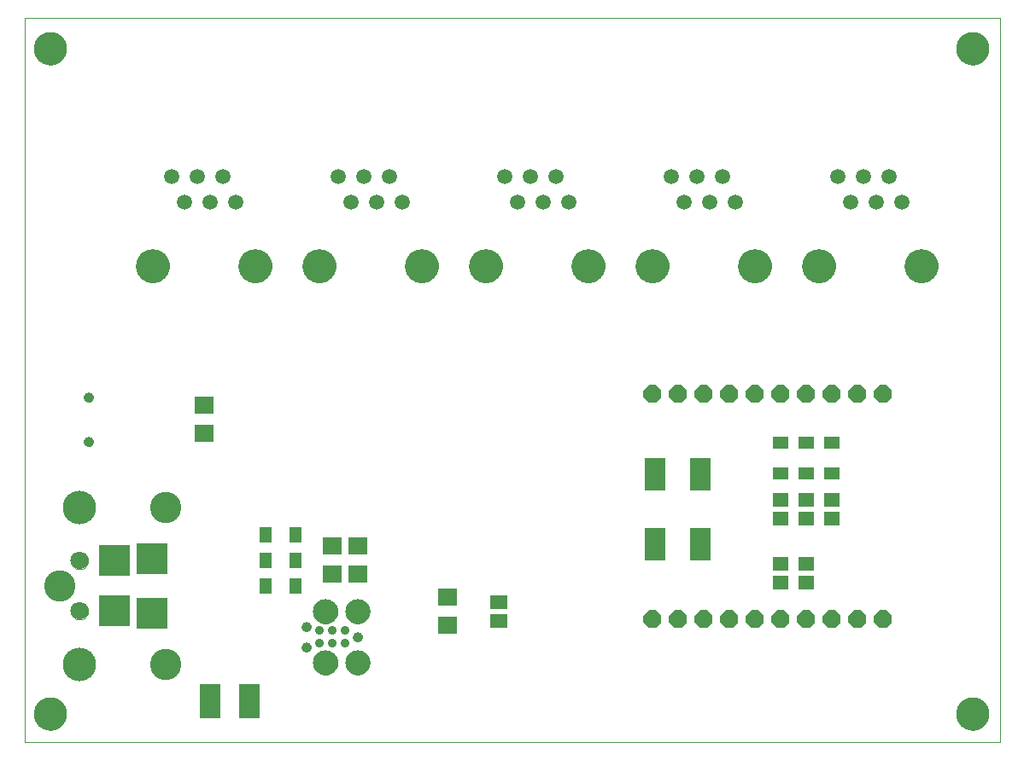
<source format=gbs>
G75*
%MOIN*%
%OFA0B0*%
%FSLAX24Y24*%
%IPPOS*%
%LPD*%
%AMOC8*
5,1,8,0,0,1.08239X$1,22.5*
%
%ADD10C,0.0000*%
%ADD11C,0.1300*%
%ADD12C,0.0594*%
%ADD13C,0.1320*%
%ADD14C,0.1221*%
%ADD15C,0.1306*%
%ADD16R,0.1221X0.1221*%
%ADD17C,0.0709*%
%ADD18R,0.0788X0.1379*%
%ADD19C,0.0350*%
%ADD20C,0.0390*%
%ADD21C,0.0975*%
%ADD22R,0.0749X0.0670*%
%ADD23R,0.0512X0.0591*%
%ADD24R,0.0670X0.0552*%
%ADD25C,0.0394*%
%ADD26OC8,0.0700*%
%ADD27R,0.0631X0.0552*%
%ADD28R,0.0591X0.0512*%
%ADD29R,0.0790X0.1290*%
D10*
X003100Y000100D02*
X003100Y028396D01*
X041170Y028396D01*
X041170Y000100D01*
X003100Y000100D01*
X003470Y001200D02*
X003472Y001250D01*
X003478Y001300D01*
X003488Y001349D01*
X003502Y001397D01*
X003519Y001444D01*
X003540Y001489D01*
X003565Y001533D01*
X003593Y001574D01*
X003625Y001613D01*
X003659Y001650D01*
X003696Y001684D01*
X003736Y001714D01*
X003778Y001741D01*
X003822Y001765D01*
X003868Y001786D01*
X003915Y001802D01*
X003963Y001815D01*
X004013Y001824D01*
X004062Y001829D01*
X004113Y001830D01*
X004163Y001827D01*
X004212Y001820D01*
X004261Y001809D01*
X004309Y001794D01*
X004355Y001776D01*
X004400Y001754D01*
X004443Y001728D01*
X004484Y001699D01*
X004523Y001667D01*
X004559Y001632D01*
X004591Y001594D01*
X004621Y001554D01*
X004648Y001511D01*
X004671Y001467D01*
X004690Y001421D01*
X004706Y001373D01*
X004718Y001324D01*
X004726Y001275D01*
X004730Y001225D01*
X004730Y001175D01*
X004726Y001125D01*
X004718Y001076D01*
X004706Y001027D01*
X004690Y000979D01*
X004671Y000933D01*
X004648Y000889D01*
X004621Y000846D01*
X004591Y000806D01*
X004559Y000768D01*
X004523Y000733D01*
X004484Y000701D01*
X004443Y000672D01*
X004400Y000646D01*
X004355Y000624D01*
X004309Y000606D01*
X004261Y000591D01*
X004212Y000580D01*
X004163Y000573D01*
X004113Y000570D01*
X004062Y000571D01*
X004013Y000576D01*
X003963Y000585D01*
X003915Y000598D01*
X003868Y000614D01*
X003822Y000635D01*
X003778Y000659D01*
X003736Y000686D01*
X003696Y000716D01*
X003659Y000750D01*
X003625Y000787D01*
X003593Y000826D01*
X003565Y000867D01*
X003540Y000911D01*
X003519Y000956D01*
X003502Y001003D01*
X003488Y001051D01*
X003478Y001100D01*
X003472Y001150D01*
X003470Y001200D01*
X004919Y005216D02*
X004921Y005252D01*
X004927Y005288D01*
X004937Y005323D01*
X004950Y005357D01*
X004967Y005389D01*
X004987Y005419D01*
X005011Y005446D01*
X005037Y005471D01*
X005066Y005493D01*
X005097Y005512D01*
X005130Y005527D01*
X005164Y005539D01*
X005200Y005547D01*
X005236Y005551D01*
X005272Y005551D01*
X005308Y005547D01*
X005344Y005539D01*
X005378Y005527D01*
X005411Y005512D01*
X005442Y005493D01*
X005471Y005471D01*
X005497Y005446D01*
X005521Y005419D01*
X005541Y005389D01*
X005558Y005357D01*
X005571Y005323D01*
X005581Y005288D01*
X005587Y005252D01*
X005589Y005216D01*
X005587Y005180D01*
X005581Y005144D01*
X005571Y005109D01*
X005558Y005075D01*
X005541Y005043D01*
X005521Y005013D01*
X005497Y004986D01*
X005471Y004961D01*
X005442Y004939D01*
X005411Y004920D01*
X005378Y004905D01*
X005344Y004893D01*
X005308Y004885D01*
X005272Y004881D01*
X005236Y004881D01*
X005200Y004885D01*
X005164Y004893D01*
X005130Y004905D01*
X005097Y004920D01*
X005066Y004939D01*
X005037Y004961D01*
X005011Y004986D01*
X004987Y005013D01*
X004967Y005043D01*
X004950Y005075D01*
X004937Y005109D01*
X004927Y005144D01*
X004921Y005180D01*
X004919Y005216D01*
X004919Y007184D02*
X004921Y007220D01*
X004927Y007256D01*
X004937Y007291D01*
X004950Y007325D01*
X004967Y007357D01*
X004987Y007387D01*
X005011Y007414D01*
X005037Y007439D01*
X005066Y007461D01*
X005097Y007480D01*
X005130Y007495D01*
X005164Y007507D01*
X005200Y007515D01*
X005236Y007519D01*
X005272Y007519D01*
X005308Y007515D01*
X005344Y007507D01*
X005378Y007495D01*
X005411Y007480D01*
X005442Y007461D01*
X005471Y007439D01*
X005497Y007414D01*
X005521Y007387D01*
X005541Y007357D01*
X005558Y007325D01*
X005571Y007291D01*
X005581Y007256D01*
X005587Y007220D01*
X005589Y007184D01*
X005587Y007148D01*
X005581Y007112D01*
X005571Y007077D01*
X005558Y007043D01*
X005541Y007011D01*
X005521Y006981D01*
X005497Y006954D01*
X005471Y006929D01*
X005442Y006907D01*
X005411Y006888D01*
X005378Y006873D01*
X005344Y006861D01*
X005308Y006853D01*
X005272Y006849D01*
X005236Y006849D01*
X005200Y006853D01*
X005164Y006861D01*
X005130Y006873D01*
X005097Y006888D01*
X005066Y006907D01*
X005037Y006929D01*
X005011Y006954D01*
X004987Y006981D01*
X004967Y007011D01*
X004950Y007043D01*
X004937Y007077D01*
X004927Y007112D01*
X004921Y007148D01*
X004919Y007184D01*
X005423Y011834D02*
X005425Y011860D01*
X005431Y011886D01*
X005441Y011911D01*
X005454Y011934D01*
X005470Y011954D01*
X005490Y011972D01*
X005512Y011987D01*
X005535Y011999D01*
X005561Y012007D01*
X005587Y012011D01*
X005613Y012011D01*
X005639Y012007D01*
X005665Y011999D01*
X005689Y011987D01*
X005710Y011972D01*
X005730Y011954D01*
X005746Y011934D01*
X005759Y011911D01*
X005769Y011886D01*
X005775Y011860D01*
X005777Y011834D01*
X005775Y011808D01*
X005769Y011782D01*
X005759Y011757D01*
X005746Y011734D01*
X005730Y011714D01*
X005710Y011696D01*
X005688Y011681D01*
X005665Y011669D01*
X005639Y011661D01*
X005613Y011657D01*
X005587Y011657D01*
X005561Y011661D01*
X005535Y011669D01*
X005511Y011681D01*
X005490Y011696D01*
X005470Y011714D01*
X005454Y011734D01*
X005441Y011757D01*
X005431Y011782D01*
X005425Y011808D01*
X005423Y011834D01*
X005423Y013566D02*
X005425Y013592D01*
X005431Y013618D01*
X005441Y013643D01*
X005454Y013666D01*
X005470Y013686D01*
X005490Y013704D01*
X005512Y013719D01*
X005535Y013731D01*
X005561Y013739D01*
X005587Y013743D01*
X005613Y013743D01*
X005639Y013739D01*
X005665Y013731D01*
X005689Y013719D01*
X005710Y013704D01*
X005730Y013686D01*
X005746Y013666D01*
X005759Y013643D01*
X005769Y013618D01*
X005775Y013592D01*
X005777Y013566D01*
X005775Y013540D01*
X005769Y013514D01*
X005759Y013489D01*
X005746Y013466D01*
X005730Y013446D01*
X005710Y013428D01*
X005688Y013413D01*
X005665Y013401D01*
X005639Y013393D01*
X005613Y013389D01*
X005587Y013389D01*
X005561Y013393D01*
X005535Y013401D01*
X005511Y013413D01*
X005490Y013428D01*
X005470Y013446D01*
X005454Y013466D01*
X005441Y013489D01*
X005431Y013514D01*
X005425Y013540D01*
X005423Y013566D01*
X007460Y018700D02*
X007462Y018750D01*
X007468Y018800D01*
X007478Y018849D01*
X007491Y018898D01*
X007509Y018945D01*
X007530Y018991D01*
X007554Y019034D01*
X007582Y019076D01*
X007613Y019116D01*
X007647Y019153D01*
X007684Y019187D01*
X007724Y019218D01*
X007766Y019246D01*
X007809Y019270D01*
X007855Y019291D01*
X007902Y019309D01*
X007951Y019322D01*
X008000Y019332D01*
X008050Y019338D01*
X008100Y019340D01*
X008150Y019338D01*
X008200Y019332D01*
X008249Y019322D01*
X008298Y019309D01*
X008345Y019291D01*
X008391Y019270D01*
X008434Y019246D01*
X008476Y019218D01*
X008516Y019187D01*
X008553Y019153D01*
X008587Y019116D01*
X008618Y019076D01*
X008646Y019034D01*
X008670Y018991D01*
X008691Y018945D01*
X008709Y018898D01*
X008722Y018849D01*
X008732Y018800D01*
X008738Y018750D01*
X008740Y018700D01*
X008738Y018650D01*
X008732Y018600D01*
X008722Y018551D01*
X008709Y018502D01*
X008691Y018455D01*
X008670Y018409D01*
X008646Y018366D01*
X008618Y018324D01*
X008587Y018284D01*
X008553Y018247D01*
X008516Y018213D01*
X008476Y018182D01*
X008434Y018154D01*
X008391Y018130D01*
X008345Y018109D01*
X008298Y018091D01*
X008249Y018078D01*
X008200Y018068D01*
X008150Y018062D01*
X008100Y018060D01*
X008050Y018062D01*
X008000Y018068D01*
X007951Y018078D01*
X007902Y018091D01*
X007855Y018109D01*
X007809Y018130D01*
X007766Y018154D01*
X007724Y018182D01*
X007684Y018213D01*
X007647Y018247D01*
X007613Y018284D01*
X007582Y018324D01*
X007554Y018366D01*
X007530Y018409D01*
X007509Y018455D01*
X007491Y018502D01*
X007478Y018551D01*
X007468Y018600D01*
X007462Y018650D01*
X007460Y018700D01*
X011460Y018700D02*
X011462Y018750D01*
X011468Y018800D01*
X011478Y018849D01*
X011491Y018898D01*
X011509Y018945D01*
X011530Y018991D01*
X011554Y019034D01*
X011582Y019076D01*
X011613Y019116D01*
X011647Y019153D01*
X011684Y019187D01*
X011724Y019218D01*
X011766Y019246D01*
X011809Y019270D01*
X011855Y019291D01*
X011902Y019309D01*
X011951Y019322D01*
X012000Y019332D01*
X012050Y019338D01*
X012100Y019340D01*
X012150Y019338D01*
X012200Y019332D01*
X012249Y019322D01*
X012298Y019309D01*
X012345Y019291D01*
X012391Y019270D01*
X012434Y019246D01*
X012476Y019218D01*
X012516Y019187D01*
X012553Y019153D01*
X012587Y019116D01*
X012618Y019076D01*
X012646Y019034D01*
X012670Y018991D01*
X012691Y018945D01*
X012709Y018898D01*
X012722Y018849D01*
X012732Y018800D01*
X012738Y018750D01*
X012740Y018700D01*
X012738Y018650D01*
X012732Y018600D01*
X012722Y018551D01*
X012709Y018502D01*
X012691Y018455D01*
X012670Y018409D01*
X012646Y018366D01*
X012618Y018324D01*
X012587Y018284D01*
X012553Y018247D01*
X012516Y018213D01*
X012476Y018182D01*
X012434Y018154D01*
X012391Y018130D01*
X012345Y018109D01*
X012298Y018091D01*
X012249Y018078D01*
X012200Y018068D01*
X012150Y018062D01*
X012100Y018060D01*
X012050Y018062D01*
X012000Y018068D01*
X011951Y018078D01*
X011902Y018091D01*
X011855Y018109D01*
X011809Y018130D01*
X011766Y018154D01*
X011724Y018182D01*
X011684Y018213D01*
X011647Y018247D01*
X011613Y018284D01*
X011582Y018324D01*
X011554Y018366D01*
X011530Y018409D01*
X011509Y018455D01*
X011491Y018502D01*
X011478Y018551D01*
X011468Y018600D01*
X011462Y018650D01*
X011460Y018700D01*
X013960Y018700D02*
X013962Y018750D01*
X013968Y018800D01*
X013978Y018849D01*
X013991Y018898D01*
X014009Y018945D01*
X014030Y018991D01*
X014054Y019034D01*
X014082Y019076D01*
X014113Y019116D01*
X014147Y019153D01*
X014184Y019187D01*
X014224Y019218D01*
X014266Y019246D01*
X014309Y019270D01*
X014355Y019291D01*
X014402Y019309D01*
X014451Y019322D01*
X014500Y019332D01*
X014550Y019338D01*
X014600Y019340D01*
X014650Y019338D01*
X014700Y019332D01*
X014749Y019322D01*
X014798Y019309D01*
X014845Y019291D01*
X014891Y019270D01*
X014934Y019246D01*
X014976Y019218D01*
X015016Y019187D01*
X015053Y019153D01*
X015087Y019116D01*
X015118Y019076D01*
X015146Y019034D01*
X015170Y018991D01*
X015191Y018945D01*
X015209Y018898D01*
X015222Y018849D01*
X015232Y018800D01*
X015238Y018750D01*
X015240Y018700D01*
X015238Y018650D01*
X015232Y018600D01*
X015222Y018551D01*
X015209Y018502D01*
X015191Y018455D01*
X015170Y018409D01*
X015146Y018366D01*
X015118Y018324D01*
X015087Y018284D01*
X015053Y018247D01*
X015016Y018213D01*
X014976Y018182D01*
X014934Y018154D01*
X014891Y018130D01*
X014845Y018109D01*
X014798Y018091D01*
X014749Y018078D01*
X014700Y018068D01*
X014650Y018062D01*
X014600Y018060D01*
X014550Y018062D01*
X014500Y018068D01*
X014451Y018078D01*
X014402Y018091D01*
X014355Y018109D01*
X014309Y018130D01*
X014266Y018154D01*
X014224Y018182D01*
X014184Y018213D01*
X014147Y018247D01*
X014113Y018284D01*
X014082Y018324D01*
X014054Y018366D01*
X014030Y018409D01*
X014009Y018455D01*
X013991Y018502D01*
X013978Y018551D01*
X013968Y018600D01*
X013962Y018650D01*
X013960Y018700D01*
X017960Y018700D02*
X017962Y018750D01*
X017968Y018800D01*
X017978Y018849D01*
X017991Y018898D01*
X018009Y018945D01*
X018030Y018991D01*
X018054Y019034D01*
X018082Y019076D01*
X018113Y019116D01*
X018147Y019153D01*
X018184Y019187D01*
X018224Y019218D01*
X018266Y019246D01*
X018309Y019270D01*
X018355Y019291D01*
X018402Y019309D01*
X018451Y019322D01*
X018500Y019332D01*
X018550Y019338D01*
X018600Y019340D01*
X018650Y019338D01*
X018700Y019332D01*
X018749Y019322D01*
X018798Y019309D01*
X018845Y019291D01*
X018891Y019270D01*
X018934Y019246D01*
X018976Y019218D01*
X019016Y019187D01*
X019053Y019153D01*
X019087Y019116D01*
X019118Y019076D01*
X019146Y019034D01*
X019170Y018991D01*
X019191Y018945D01*
X019209Y018898D01*
X019222Y018849D01*
X019232Y018800D01*
X019238Y018750D01*
X019240Y018700D01*
X019238Y018650D01*
X019232Y018600D01*
X019222Y018551D01*
X019209Y018502D01*
X019191Y018455D01*
X019170Y018409D01*
X019146Y018366D01*
X019118Y018324D01*
X019087Y018284D01*
X019053Y018247D01*
X019016Y018213D01*
X018976Y018182D01*
X018934Y018154D01*
X018891Y018130D01*
X018845Y018109D01*
X018798Y018091D01*
X018749Y018078D01*
X018700Y018068D01*
X018650Y018062D01*
X018600Y018060D01*
X018550Y018062D01*
X018500Y018068D01*
X018451Y018078D01*
X018402Y018091D01*
X018355Y018109D01*
X018309Y018130D01*
X018266Y018154D01*
X018224Y018182D01*
X018184Y018213D01*
X018147Y018247D01*
X018113Y018284D01*
X018082Y018324D01*
X018054Y018366D01*
X018030Y018409D01*
X018009Y018455D01*
X017991Y018502D01*
X017978Y018551D01*
X017968Y018600D01*
X017962Y018650D01*
X017960Y018700D01*
X020460Y018700D02*
X020462Y018750D01*
X020468Y018800D01*
X020478Y018849D01*
X020491Y018898D01*
X020509Y018945D01*
X020530Y018991D01*
X020554Y019034D01*
X020582Y019076D01*
X020613Y019116D01*
X020647Y019153D01*
X020684Y019187D01*
X020724Y019218D01*
X020766Y019246D01*
X020809Y019270D01*
X020855Y019291D01*
X020902Y019309D01*
X020951Y019322D01*
X021000Y019332D01*
X021050Y019338D01*
X021100Y019340D01*
X021150Y019338D01*
X021200Y019332D01*
X021249Y019322D01*
X021298Y019309D01*
X021345Y019291D01*
X021391Y019270D01*
X021434Y019246D01*
X021476Y019218D01*
X021516Y019187D01*
X021553Y019153D01*
X021587Y019116D01*
X021618Y019076D01*
X021646Y019034D01*
X021670Y018991D01*
X021691Y018945D01*
X021709Y018898D01*
X021722Y018849D01*
X021732Y018800D01*
X021738Y018750D01*
X021740Y018700D01*
X021738Y018650D01*
X021732Y018600D01*
X021722Y018551D01*
X021709Y018502D01*
X021691Y018455D01*
X021670Y018409D01*
X021646Y018366D01*
X021618Y018324D01*
X021587Y018284D01*
X021553Y018247D01*
X021516Y018213D01*
X021476Y018182D01*
X021434Y018154D01*
X021391Y018130D01*
X021345Y018109D01*
X021298Y018091D01*
X021249Y018078D01*
X021200Y018068D01*
X021150Y018062D01*
X021100Y018060D01*
X021050Y018062D01*
X021000Y018068D01*
X020951Y018078D01*
X020902Y018091D01*
X020855Y018109D01*
X020809Y018130D01*
X020766Y018154D01*
X020724Y018182D01*
X020684Y018213D01*
X020647Y018247D01*
X020613Y018284D01*
X020582Y018324D01*
X020554Y018366D01*
X020530Y018409D01*
X020509Y018455D01*
X020491Y018502D01*
X020478Y018551D01*
X020468Y018600D01*
X020462Y018650D01*
X020460Y018700D01*
X024460Y018700D02*
X024462Y018750D01*
X024468Y018800D01*
X024478Y018849D01*
X024491Y018898D01*
X024509Y018945D01*
X024530Y018991D01*
X024554Y019034D01*
X024582Y019076D01*
X024613Y019116D01*
X024647Y019153D01*
X024684Y019187D01*
X024724Y019218D01*
X024766Y019246D01*
X024809Y019270D01*
X024855Y019291D01*
X024902Y019309D01*
X024951Y019322D01*
X025000Y019332D01*
X025050Y019338D01*
X025100Y019340D01*
X025150Y019338D01*
X025200Y019332D01*
X025249Y019322D01*
X025298Y019309D01*
X025345Y019291D01*
X025391Y019270D01*
X025434Y019246D01*
X025476Y019218D01*
X025516Y019187D01*
X025553Y019153D01*
X025587Y019116D01*
X025618Y019076D01*
X025646Y019034D01*
X025670Y018991D01*
X025691Y018945D01*
X025709Y018898D01*
X025722Y018849D01*
X025732Y018800D01*
X025738Y018750D01*
X025740Y018700D01*
X025738Y018650D01*
X025732Y018600D01*
X025722Y018551D01*
X025709Y018502D01*
X025691Y018455D01*
X025670Y018409D01*
X025646Y018366D01*
X025618Y018324D01*
X025587Y018284D01*
X025553Y018247D01*
X025516Y018213D01*
X025476Y018182D01*
X025434Y018154D01*
X025391Y018130D01*
X025345Y018109D01*
X025298Y018091D01*
X025249Y018078D01*
X025200Y018068D01*
X025150Y018062D01*
X025100Y018060D01*
X025050Y018062D01*
X025000Y018068D01*
X024951Y018078D01*
X024902Y018091D01*
X024855Y018109D01*
X024809Y018130D01*
X024766Y018154D01*
X024724Y018182D01*
X024684Y018213D01*
X024647Y018247D01*
X024613Y018284D01*
X024582Y018324D01*
X024554Y018366D01*
X024530Y018409D01*
X024509Y018455D01*
X024491Y018502D01*
X024478Y018551D01*
X024468Y018600D01*
X024462Y018650D01*
X024460Y018700D01*
X026960Y018700D02*
X026962Y018750D01*
X026968Y018800D01*
X026978Y018849D01*
X026991Y018898D01*
X027009Y018945D01*
X027030Y018991D01*
X027054Y019034D01*
X027082Y019076D01*
X027113Y019116D01*
X027147Y019153D01*
X027184Y019187D01*
X027224Y019218D01*
X027266Y019246D01*
X027309Y019270D01*
X027355Y019291D01*
X027402Y019309D01*
X027451Y019322D01*
X027500Y019332D01*
X027550Y019338D01*
X027600Y019340D01*
X027650Y019338D01*
X027700Y019332D01*
X027749Y019322D01*
X027798Y019309D01*
X027845Y019291D01*
X027891Y019270D01*
X027934Y019246D01*
X027976Y019218D01*
X028016Y019187D01*
X028053Y019153D01*
X028087Y019116D01*
X028118Y019076D01*
X028146Y019034D01*
X028170Y018991D01*
X028191Y018945D01*
X028209Y018898D01*
X028222Y018849D01*
X028232Y018800D01*
X028238Y018750D01*
X028240Y018700D01*
X028238Y018650D01*
X028232Y018600D01*
X028222Y018551D01*
X028209Y018502D01*
X028191Y018455D01*
X028170Y018409D01*
X028146Y018366D01*
X028118Y018324D01*
X028087Y018284D01*
X028053Y018247D01*
X028016Y018213D01*
X027976Y018182D01*
X027934Y018154D01*
X027891Y018130D01*
X027845Y018109D01*
X027798Y018091D01*
X027749Y018078D01*
X027700Y018068D01*
X027650Y018062D01*
X027600Y018060D01*
X027550Y018062D01*
X027500Y018068D01*
X027451Y018078D01*
X027402Y018091D01*
X027355Y018109D01*
X027309Y018130D01*
X027266Y018154D01*
X027224Y018182D01*
X027184Y018213D01*
X027147Y018247D01*
X027113Y018284D01*
X027082Y018324D01*
X027054Y018366D01*
X027030Y018409D01*
X027009Y018455D01*
X026991Y018502D01*
X026978Y018551D01*
X026968Y018600D01*
X026962Y018650D01*
X026960Y018700D01*
X030960Y018700D02*
X030962Y018750D01*
X030968Y018800D01*
X030978Y018849D01*
X030991Y018898D01*
X031009Y018945D01*
X031030Y018991D01*
X031054Y019034D01*
X031082Y019076D01*
X031113Y019116D01*
X031147Y019153D01*
X031184Y019187D01*
X031224Y019218D01*
X031266Y019246D01*
X031309Y019270D01*
X031355Y019291D01*
X031402Y019309D01*
X031451Y019322D01*
X031500Y019332D01*
X031550Y019338D01*
X031600Y019340D01*
X031650Y019338D01*
X031700Y019332D01*
X031749Y019322D01*
X031798Y019309D01*
X031845Y019291D01*
X031891Y019270D01*
X031934Y019246D01*
X031976Y019218D01*
X032016Y019187D01*
X032053Y019153D01*
X032087Y019116D01*
X032118Y019076D01*
X032146Y019034D01*
X032170Y018991D01*
X032191Y018945D01*
X032209Y018898D01*
X032222Y018849D01*
X032232Y018800D01*
X032238Y018750D01*
X032240Y018700D01*
X032238Y018650D01*
X032232Y018600D01*
X032222Y018551D01*
X032209Y018502D01*
X032191Y018455D01*
X032170Y018409D01*
X032146Y018366D01*
X032118Y018324D01*
X032087Y018284D01*
X032053Y018247D01*
X032016Y018213D01*
X031976Y018182D01*
X031934Y018154D01*
X031891Y018130D01*
X031845Y018109D01*
X031798Y018091D01*
X031749Y018078D01*
X031700Y018068D01*
X031650Y018062D01*
X031600Y018060D01*
X031550Y018062D01*
X031500Y018068D01*
X031451Y018078D01*
X031402Y018091D01*
X031355Y018109D01*
X031309Y018130D01*
X031266Y018154D01*
X031224Y018182D01*
X031184Y018213D01*
X031147Y018247D01*
X031113Y018284D01*
X031082Y018324D01*
X031054Y018366D01*
X031030Y018409D01*
X031009Y018455D01*
X030991Y018502D01*
X030978Y018551D01*
X030968Y018600D01*
X030962Y018650D01*
X030960Y018700D01*
X033460Y018700D02*
X033462Y018750D01*
X033468Y018800D01*
X033478Y018849D01*
X033491Y018898D01*
X033509Y018945D01*
X033530Y018991D01*
X033554Y019034D01*
X033582Y019076D01*
X033613Y019116D01*
X033647Y019153D01*
X033684Y019187D01*
X033724Y019218D01*
X033766Y019246D01*
X033809Y019270D01*
X033855Y019291D01*
X033902Y019309D01*
X033951Y019322D01*
X034000Y019332D01*
X034050Y019338D01*
X034100Y019340D01*
X034150Y019338D01*
X034200Y019332D01*
X034249Y019322D01*
X034298Y019309D01*
X034345Y019291D01*
X034391Y019270D01*
X034434Y019246D01*
X034476Y019218D01*
X034516Y019187D01*
X034553Y019153D01*
X034587Y019116D01*
X034618Y019076D01*
X034646Y019034D01*
X034670Y018991D01*
X034691Y018945D01*
X034709Y018898D01*
X034722Y018849D01*
X034732Y018800D01*
X034738Y018750D01*
X034740Y018700D01*
X034738Y018650D01*
X034732Y018600D01*
X034722Y018551D01*
X034709Y018502D01*
X034691Y018455D01*
X034670Y018409D01*
X034646Y018366D01*
X034618Y018324D01*
X034587Y018284D01*
X034553Y018247D01*
X034516Y018213D01*
X034476Y018182D01*
X034434Y018154D01*
X034391Y018130D01*
X034345Y018109D01*
X034298Y018091D01*
X034249Y018078D01*
X034200Y018068D01*
X034150Y018062D01*
X034100Y018060D01*
X034050Y018062D01*
X034000Y018068D01*
X033951Y018078D01*
X033902Y018091D01*
X033855Y018109D01*
X033809Y018130D01*
X033766Y018154D01*
X033724Y018182D01*
X033684Y018213D01*
X033647Y018247D01*
X033613Y018284D01*
X033582Y018324D01*
X033554Y018366D01*
X033530Y018409D01*
X033509Y018455D01*
X033491Y018502D01*
X033478Y018551D01*
X033468Y018600D01*
X033462Y018650D01*
X033460Y018700D01*
X037460Y018700D02*
X037462Y018750D01*
X037468Y018800D01*
X037478Y018849D01*
X037491Y018898D01*
X037509Y018945D01*
X037530Y018991D01*
X037554Y019034D01*
X037582Y019076D01*
X037613Y019116D01*
X037647Y019153D01*
X037684Y019187D01*
X037724Y019218D01*
X037766Y019246D01*
X037809Y019270D01*
X037855Y019291D01*
X037902Y019309D01*
X037951Y019322D01*
X038000Y019332D01*
X038050Y019338D01*
X038100Y019340D01*
X038150Y019338D01*
X038200Y019332D01*
X038249Y019322D01*
X038298Y019309D01*
X038345Y019291D01*
X038391Y019270D01*
X038434Y019246D01*
X038476Y019218D01*
X038516Y019187D01*
X038553Y019153D01*
X038587Y019116D01*
X038618Y019076D01*
X038646Y019034D01*
X038670Y018991D01*
X038691Y018945D01*
X038709Y018898D01*
X038722Y018849D01*
X038732Y018800D01*
X038738Y018750D01*
X038740Y018700D01*
X038738Y018650D01*
X038732Y018600D01*
X038722Y018551D01*
X038709Y018502D01*
X038691Y018455D01*
X038670Y018409D01*
X038646Y018366D01*
X038618Y018324D01*
X038587Y018284D01*
X038553Y018247D01*
X038516Y018213D01*
X038476Y018182D01*
X038434Y018154D01*
X038391Y018130D01*
X038345Y018109D01*
X038298Y018091D01*
X038249Y018078D01*
X038200Y018068D01*
X038150Y018062D01*
X038100Y018060D01*
X038050Y018062D01*
X038000Y018068D01*
X037951Y018078D01*
X037902Y018091D01*
X037855Y018109D01*
X037809Y018130D01*
X037766Y018154D01*
X037724Y018182D01*
X037684Y018213D01*
X037647Y018247D01*
X037613Y018284D01*
X037582Y018324D01*
X037554Y018366D01*
X037530Y018409D01*
X037509Y018455D01*
X037491Y018502D01*
X037478Y018551D01*
X037468Y018600D01*
X037462Y018650D01*
X037460Y018700D01*
X039470Y027200D02*
X039472Y027250D01*
X039478Y027300D01*
X039488Y027349D01*
X039502Y027397D01*
X039519Y027444D01*
X039540Y027489D01*
X039565Y027533D01*
X039593Y027574D01*
X039625Y027613D01*
X039659Y027650D01*
X039696Y027684D01*
X039736Y027714D01*
X039778Y027741D01*
X039822Y027765D01*
X039868Y027786D01*
X039915Y027802D01*
X039963Y027815D01*
X040013Y027824D01*
X040062Y027829D01*
X040113Y027830D01*
X040163Y027827D01*
X040212Y027820D01*
X040261Y027809D01*
X040309Y027794D01*
X040355Y027776D01*
X040400Y027754D01*
X040443Y027728D01*
X040484Y027699D01*
X040523Y027667D01*
X040559Y027632D01*
X040591Y027594D01*
X040621Y027554D01*
X040648Y027511D01*
X040671Y027467D01*
X040690Y027421D01*
X040706Y027373D01*
X040718Y027324D01*
X040726Y027275D01*
X040730Y027225D01*
X040730Y027175D01*
X040726Y027125D01*
X040718Y027076D01*
X040706Y027027D01*
X040690Y026979D01*
X040671Y026933D01*
X040648Y026889D01*
X040621Y026846D01*
X040591Y026806D01*
X040559Y026768D01*
X040523Y026733D01*
X040484Y026701D01*
X040443Y026672D01*
X040400Y026646D01*
X040355Y026624D01*
X040309Y026606D01*
X040261Y026591D01*
X040212Y026580D01*
X040163Y026573D01*
X040113Y026570D01*
X040062Y026571D01*
X040013Y026576D01*
X039963Y026585D01*
X039915Y026598D01*
X039868Y026614D01*
X039822Y026635D01*
X039778Y026659D01*
X039736Y026686D01*
X039696Y026716D01*
X039659Y026750D01*
X039625Y026787D01*
X039593Y026826D01*
X039565Y026867D01*
X039540Y026911D01*
X039519Y026956D01*
X039502Y027003D01*
X039488Y027051D01*
X039478Y027100D01*
X039472Y027150D01*
X039470Y027200D01*
X015633Y005200D02*
X015635Y005243D01*
X015641Y005286D01*
X015651Y005328D01*
X015665Y005369D01*
X015682Y005408D01*
X015703Y005446D01*
X015727Y005481D01*
X015755Y005515D01*
X015785Y005545D01*
X015819Y005573D01*
X015854Y005597D01*
X015892Y005618D01*
X015931Y005635D01*
X015972Y005649D01*
X016014Y005659D01*
X016057Y005665D01*
X016100Y005667D01*
X016143Y005665D01*
X016186Y005659D01*
X016228Y005649D01*
X016269Y005635D01*
X016308Y005618D01*
X016346Y005597D01*
X016381Y005573D01*
X016415Y005545D01*
X016445Y005515D01*
X016473Y005481D01*
X016497Y005446D01*
X016518Y005408D01*
X016535Y005369D01*
X016549Y005328D01*
X016559Y005286D01*
X016565Y005243D01*
X016567Y005200D01*
X016565Y005157D01*
X016559Y005114D01*
X016549Y005072D01*
X016535Y005031D01*
X016518Y004992D01*
X016497Y004954D01*
X016473Y004919D01*
X016445Y004885D01*
X016415Y004855D01*
X016381Y004827D01*
X016346Y004803D01*
X016308Y004782D01*
X016269Y004765D01*
X016228Y004751D01*
X016186Y004741D01*
X016143Y004735D01*
X016100Y004733D01*
X016057Y004735D01*
X016014Y004741D01*
X015972Y004751D01*
X015931Y004765D01*
X015892Y004782D01*
X015854Y004803D01*
X015819Y004827D01*
X015785Y004855D01*
X015755Y004885D01*
X015727Y004919D01*
X015703Y004954D01*
X015682Y004992D01*
X015665Y005031D01*
X015651Y005072D01*
X015641Y005114D01*
X015635Y005157D01*
X015633Y005200D01*
X014383Y005200D02*
X014385Y005243D01*
X014391Y005286D01*
X014401Y005328D01*
X014415Y005369D01*
X014432Y005408D01*
X014453Y005446D01*
X014477Y005481D01*
X014505Y005515D01*
X014535Y005545D01*
X014569Y005573D01*
X014604Y005597D01*
X014642Y005618D01*
X014681Y005635D01*
X014722Y005649D01*
X014764Y005659D01*
X014807Y005665D01*
X014850Y005667D01*
X014893Y005665D01*
X014936Y005659D01*
X014978Y005649D01*
X015019Y005635D01*
X015058Y005618D01*
X015096Y005597D01*
X015131Y005573D01*
X015165Y005545D01*
X015195Y005515D01*
X015223Y005481D01*
X015247Y005446D01*
X015268Y005408D01*
X015285Y005369D01*
X015299Y005328D01*
X015309Y005286D01*
X015315Y005243D01*
X015317Y005200D01*
X015315Y005157D01*
X015309Y005114D01*
X015299Y005072D01*
X015285Y005031D01*
X015268Y004992D01*
X015247Y004954D01*
X015223Y004919D01*
X015195Y004885D01*
X015165Y004855D01*
X015131Y004827D01*
X015096Y004803D01*
X015058Y004782D01*
X015019Y004765D01*
X014978Y004751D01*
X014936Y004741D01*
X014893Y004735D01*
X014850Y004733D01*
X014807Y004735D01*
X014764Y004741D01*
X014722Y004751D01*
X014681Y004765D01*
X014642Y004782D01*
X014604Y004803D01*
X014569Y004827D01*
X014535Y004855D01*
X014505Y004885D01*
X014477Y004919D01*
X014453Y004954D01*
X014432Y004992D01*
X014415Y005031D01*
X014401Y005072D01*
X014391Y005114D01*
X014385Y005157D01*
X014383Y005200D01*
X013925Y004600D02*
X013927Y004626D01*
X013933Y004652D01*
X013942Y004676D01*
X013955Y004699D01*
X013972Y004719D01*
X013991Y004737D01*
X014013Y004752D01*
X014036Y004763D01*
X014061Y004771D01*
X014087Y004775D01*
X014113Y004775D01*
X014139Y004771D01*
X014164Y004763D01*
X014188Y004752D01*
X014209Y004737D01*
X014228Y004719D01*
X014245Y004699D01*
X014258Y004676D01*
X014267Y004652D01*
X014273Y004626D01*
X014275Y004600D01*
X014273Y004574D01*
X014267Y004548D01*
X014258Y004524D01*
X014245Y004501D01*
X014228Y004481D01*
X014209Y004463D01*
X014187Y004448D01*
X014164Y004437D01*
X014139Y004429D01*
X014113Y004425D01*
X014087Y004425D01*
X014061Y004429D01*
X014036Y004437D01*
X014012Y004448D01*
X013991Y004463D01*
X013972Y004481D01*
X013955Y004501D01*
X013942Y004524D01*
X013933Y004548D01*
X013927Y004574D01*
X013925Y004600D01*
X013925Y003800D02*
X013927Y003826D01*
X013933Y003852D01*
X013942Y003876D01*
X013955Y003899D01*
X013972Y003919D01*
X013991Y003937D01*
X014013Y003952D01*
X014036Y003963D01*
X014061Y003971D01*
X014087Y003975D01*
X014113Y003975D01*
X014139Y003971D01*
X014164Y003963D01*
X014188Y003952D01*
X014209Y003937D01*
X014228Y003919D01*
X014245Y003899D01*
X014258Y003876D01*
X014267Y003852D01*
X014273Y003826D01*
X014275Y003800D01*
X014273Y003774D01*
X014267Y003748D01*
X014258Y003724D01*
X014245Y003701D01*
X014228Y003681D01*
X014209Y003663D01*
X014187Y003648D01*
X014164Y003637D01*
X014139Y003629D01*
X014113Y003625D01*
X014087Y003625D01*
X014061Y003629D01*
X014036Y003637D01*
X014012Y003648D01*
X013991Y003663D01*
X013972Y003681D01*
X013955Y003701D01*
X013942Y003724D01*
X013933Y003748D01*
X013927Y003774D01*
X013925Y003800D01*
X014383Y003200D02*
X014385Y003243D01*
X014391Y003286D01*
X014401Y003328D01*
X014415Y003369D01*
X014432Y003408D01*
X014453Y003446D01*
X014477Y003481D01*
X014505Y003515D01*
X014535Y003545D01*
X014569Y003573D01*
X014604Y003597D01*
X014642Y003618D01*
X014681Y003635D01*
X014722Y003649D01*
X014764Y003659D01*
X014807Y003665D01*
X014850Y003667D01*
X014893Y003665D01*
X014936Y003659D01*
X014978Y003649D01*
X015019Y003635D01*
X015058Y003618D01*
X015096Y003597D01*
X015131Y003573D01*
X015165Y003545D01*
X015195Y003515D01*
X015223Y003481D01*
X015247Y003446D01*
X015268Y003408D01*
X015285Y003369D01*
X015299Y003328D01*
X015309Y003286D01*
X015315Y003243D01*
X015317Y003200D01*
X015315Y003157D01*
X015309Y003114D01*
X015299Y003072D01*
X015285Y003031D01*
X015268Y002992D01*
X015247Y002954D01*
X015223Y002919D01*
X015195Y002885D01*
X015165Y002855D01*
X015131Y002827D01*
X015096Y002803D01*
X015058Y002782D01*
X015019Y002765D01*
X014978Y002751D01*
X014936Y002741D01*
X014893Y002735D01*
X014850Y002733D01*
X014807Y002735D01*
X014764Y002741D01*
X014722Y002751D01*
X014681Y002765D01*
X014642Y002782D01*
X014604Y002803D01*
X014569Y002827D01*
X014535Y002855D01*
X014505Y002885D01*
X014477Y002919D01*
X014453Y002954D01*
X014432Y002992D01*
X014415Y003031D01*
X014401Y003072D01*
X014391Y003114D01*
X014385Y003157D01*
X014383Y003200D01*
X015633Y003200D02*
X015635Y003243D01*
X015641Y003286D01*
X015651Y003328D01*
X015665Y003369D01*
X015682Y003408D01*
X015703Y003446D01*
X015727Y003481D01*
X015755Y003515D01*
X015785Y003545D01*
X015819Y003573D01*
X015854Y003597D01*
X015892Y003618D01*
X015931Y003635D01*
X015972Y003649D01*
X016014Y003659D01*
X016057Y003665D01*
X016100Y003667D01*
X016143Y003665D01*
X016186Y003659D01*
X016228Y003649D01*
X016269Y003635D01*
X016308Y003618D01*
X016346Y003597D01*
X016381Y003573D01*
X016415Y003545D01*
X016445Y003515D01*
X016473Y003481D01*
X016497Y003446D01*
X016518Y003408D01*
X016535Y003369D01*
X016549Y003328D01*
X016559Y003286D01*
X016565Y003243D01*
X016567Y003200D01*
X016565Y003157D01*
X016559Y003114D01*
X016549Y003072D01*
X016535Y003031D01*
X016518Y002992D01*
X016497Y002954D01*
X016473Y002919D01*
X016445Y002885D01*
X016415Y002855D01*
X016381Y002827D01*
X016346Y002803D01*
X016308Y002782D01*
X016269Y002765D01*
X016228Y002751D01*
X016186Y002741D01*
X016143Y002735D01*
X016100Y002733D01*
X016057Y002735D01*
X016014Y002741D01*
X015972Y002751D01*
X015931Y002765D01*
X015892Y002782D01*
X015854Y002803D01*
X015819Y002827D01*
X015785Y002855D01*
X015755Y002885D01*
X015727Y002919D01*
X015703Y002954D01*
X015682Y002992D01*
X015665Y003031D01*
X015651Y003072D01*
X015641Y003114D01*
X015635Y003157D01*
X015633Y003200D01*
X015925Y004200D02*
X015927Y004226D01*
X015933Y004252D01*
X015942Y004276D01*
X015955Y004299D01*
X015972Y004319D01*
X015991Y004337D01*
X016013Y004352D01*
X016036Y004363D01*
X016061Y004371D01*
X016087Y004375D01*
X016113Y004375D01*
X016139Y004371D01*
X016164Y004363D01*
X016188Y004352D01*
X016209Y004337D01*
X016228Y004319D01*
X016245Y004299D01*
X016258Y004276D01*
X016267Y004252D01*
X016273Y004226D01*
X016275Y004200D01*
X016273Y004174D01*
X016267Y004148D01*
X016258Y004124D01*
X016245Y004101D01*
X016228Y004081D01*
X016209Y004063D01*
X016187Y004048D01*
X016164Y004037D01*
X016139Y004029D01*
X016113Y004025D01*
X016087Y004025D01*
X016061Y004029D01*
X016036Y004037D01*
X016012Y004048D01*
X015991Y004063D01*
X015972Y004081D01*
X015955Y004101D01*
X015942Y004124D01*
X015933Y004148D01*
X015927Y004174D01*
X015925Y004200D01*
X039470Y001200D02*
X039472Y001250D01*
X039478Y001300D01*
X039488Y001349D01*
X039502Y001397D01*
X039519Y001444D01*
X039540Y001489D01*
X039565Y001533D01*
X039593Y001574D01*
X039625Y001613D01*
X039659Y001650D01*
X039696Y001684D01*
X039736Y001714D01*
X039778Y001741D01*
X039822Y001765D01*
X039868Y001786D01*
X039915Y001802D01*
X039963Y001815D01*
X040013Y001824D01*
X040062Y001829D01*
X040113Y001830D01*
X040163Y001827D01*
X040212Y001820D01*
X040261Y001809D01*
X040309Y001794D01*
X040355Y001776D01*
X040400Y001754D01*
X040443Y001728D01*
X040484Y001699D01*
X040523Y001667D01*
X040559Y001632D01*
X040591Y001594D01*
X040621Y001554D01*
X040648Y001511D01*
X040671Y001467D01*
X040690Y001421D01*
X040706Y001373D01*
X040718Y001324D01*
X040726Y001275D01*
X040730Y001225D01*
X040730Y001175D01*
X040726Y001125D01*
X040718Y001076D01*
X040706Y001027D01*
X040690Y000979D01*
X040671Y000933D01*
X040648Y000889D01*
X040621Y000846D01*
X040591Y000806D01*
X040559Y000768D01*
X040523Y000733D01*
X040484Y000701D01*
X040443Y000672D01*
X040400Y000646D01*
X040355Y000624D01*
X040309Y000606D01*
X040261Y000591D01*
X040212Y000580D01*
X040163Y000573D01*
X040113Y000570D01*
X040062Y000571D01*
X040013Y000576D01*
X039963Y000585D01*
X039915Y000598D01*
X039868Y000614D01*
X039822Y000635D01*
X039778Y000659D01*
X039736Y000686D01*
X039696Y000716D01*
X039659Y000750D01*
X039625Y000787D01*
X039593Y000826D01*
X039565Y000867D01*
X039540Y000911D01*
X039519Y000956D01*
X039502Y001003D01*
X039488Y001051D01*
X039478Y001100D01*
X039472Y001150D01*
X039470Y001200D01*
X003470Y027200D02*
X003472Y027250D01*
X003478Y027300D01*
X003488Y027349D01*
X003502Y027397D01*
X003519Y027444D01*
X003540Y027489D01*
X003565Y027533D01*
X003593Y027574D01*
X003625Y027613D01*
X003659Y027650D01*
X003696Y027684D01*
X003736Y027714D01*
X003778Y027741D01*
X003822Y027765D01*
X003868Y027786D01*
X003915Y027802D01*
X003963Y027815D01*
X004013Y027824D01*
X004062Y027829D01*
X004113Y027830D01*
X004163Y027827D01*
X004212Y027820D01*
X004261Y027809D01*
X004309Y027794D01*
X004355Y027776D01*
X004400Y027754D01*
X004443Y027728D01*
X004484Y027699D01*
X004523Y027667D01*
X004559Y027632D01*
X004591Y027594D01*
X004621Y027554D01*
X004648Y027511D01*
X004671Y027467D01*
X004690Y027421D01*
X004706Y027373D01*
X004718Y027324D01*
X004726Y027275D01*
X004730Y027225D01*
X004730Y027175D01*
X004726Y027125D01*
X004718Y027076D01*
X004706Y027027D01*
X004690Y026979D01*
X004671Y026933D01*
X004648Y026889D01*
X004621Y026846D01*
X004591Y026806D01*
X004559Y026768D01*
X004523Y026733D01*
X004484Y026701D01*
X004443Y026672D01*
X004400Y026646D01*
X004355Y026624D01*
X004309Y026606D01*
X004261Y026591D01*
X004212Y026580D01*
X004163Y026573D01*
X004113Y026570D01*
X004062Y026571D01*
X004013Y026576D01*
X003963Y026585D01*
X003915Y026598D01*
X003868Y026614D01*
X003822Y026635D01*
X003778Y026659D01*
X003736Y026686D01*
X003696Y026716D01*
X003659Y026750D01*
X003625Y026787D01*
X003593Y026826D01*
X003565Y026867D01*
X003540Y026911D01*
X003519Y026956D01*
X003502Y027003D01*
X003488Y027051D01*
X003478Y027100D01*
X003472Y027150D01*
X003470Y027200D01*
D11*
X004100Y027200D03*
X040100Y027200D03*
X040100Y001200D03*
X004100Y001200D03*
D12*
X009350Y021200D03*
X010350Y021200D03*
X011350Y021200D03*
X010850Y022200D03*
X009850Y022200D03*
X008850Y022200D03*
X015350Y022200D03*
X016350Y022200D03*
X017350Y022200D03*
X016850Y021200D03*
X015850Y021200D03*
X017850Y021200D03*
X021850Y022200D03*
X022850Y022200D03*
X023850Y022200D03*
X023350Y021200D03*
X022350Y021200D03*
X024350Y021200D03*
X028350Y022200D03*
X029350Y022200D03*
X030350Y022200D03*
X029850Y021200D03*
X028850Y021200D03*
X030850Y021200D03*
X034850Y022200D03*
X035850Y022200D03*
X036850Y022200D03*
X036350Y021200D03*
X035350Y021200D03*
X037350Y021200D03*
D13*
X038100Y018700D03*
X034100Y018700D03*
X031600Y018700D03*
X027600Y018700D03*
X025100Y018700D03*
X021100Y018700D03*
X018600Y018700D03*
X014600Y018700D03*
X012100Y018700D03*
X008100Y018700D03*
D14*
X008600Y009271D03*
X004466Y006200D03*
X008600Y003129D03*
D15*
X005254Y003129D03*
X005254Y009271D03*
D16*
X008069Y007263D03*
X006631Y007184D03*
X006631Y005216D03*
X008069Y005137D03*
D17*
X005254Y005216D03*
X005254Y007184D03*
D18*
X010332Y001700D03*
X011868Y001700D03*
D19*
X014600Y003950D03*
X014600Y004450D03*
X015100Y004450D03*
X015100Y003950D03*
X015600Y003950D03*
X015600Y004450D03*
D20*
X016100Y004200D03*
X014100Y003800D03*
X014100Y004600D03*
D21*
X014850Y005200D03*
X016100Y005200D03*
X016100Y003200D03*
X014850Y003200D03*
D22*
X019600Y004649D03*
X019600Y005751D03*
X016100Y006649D03*
X015100Y006649D03*
X015100Y007751D03*
X016100Y007751D03*
X010100Y012149D03*
X010100Y013251D03*
D23*
X012509Y008200D03*
X013691Y008200D03*
X013691Y007200D03*
X013691Y006200D03*
X012509Y006200D03*
X012509Y007200D03*
D24*
X021600Y005574D03*
X021600Y004826D03*
D25*
X005600Y011834D03*
X005600Y013566D03*
D26*
X027600Y013694D03*
X028600Y013694D03*
X029600Y013694D03*
X030600Y013694D03*
X031600Y013694D03*
X032600Y013694D03*
X033600Y013694D03*
X034600Y013694D03*
X035600Y013694D03*
X036600Y013694D03*
X036600Y004899D03*
X035600Y004899D03*
X034600Y004899D03*
X033600Y004899D03*
X032600Y004899D03*
X031600Y004899D03*
X030600Y004899D03*
X029600Y004899D03*
X028600Y004899D03*
X027600Y004899D03*
D27*
X032600Y006326D03*
X032600Y007074D03*
X033600Y007074D03*
X033600Y006326D03*
X033600Y008826D03*
X032600Y008826D03*
X032600Y009574D03*
X033600Y009574D03*
X034600Y009574D03*
X034600Y008826D03*
D28*
X034600Y010609D03*
X033600Y010609D03*
X032600Y010609D03*
X032600Y011791D03*
X033600Y011791D03*
X034600Y011791D03*
D29*
X029475Y010575D03*
X027725Y010575D03*
X027725Y007825D03*
X029475Y007825D03*
M02*

</source>
